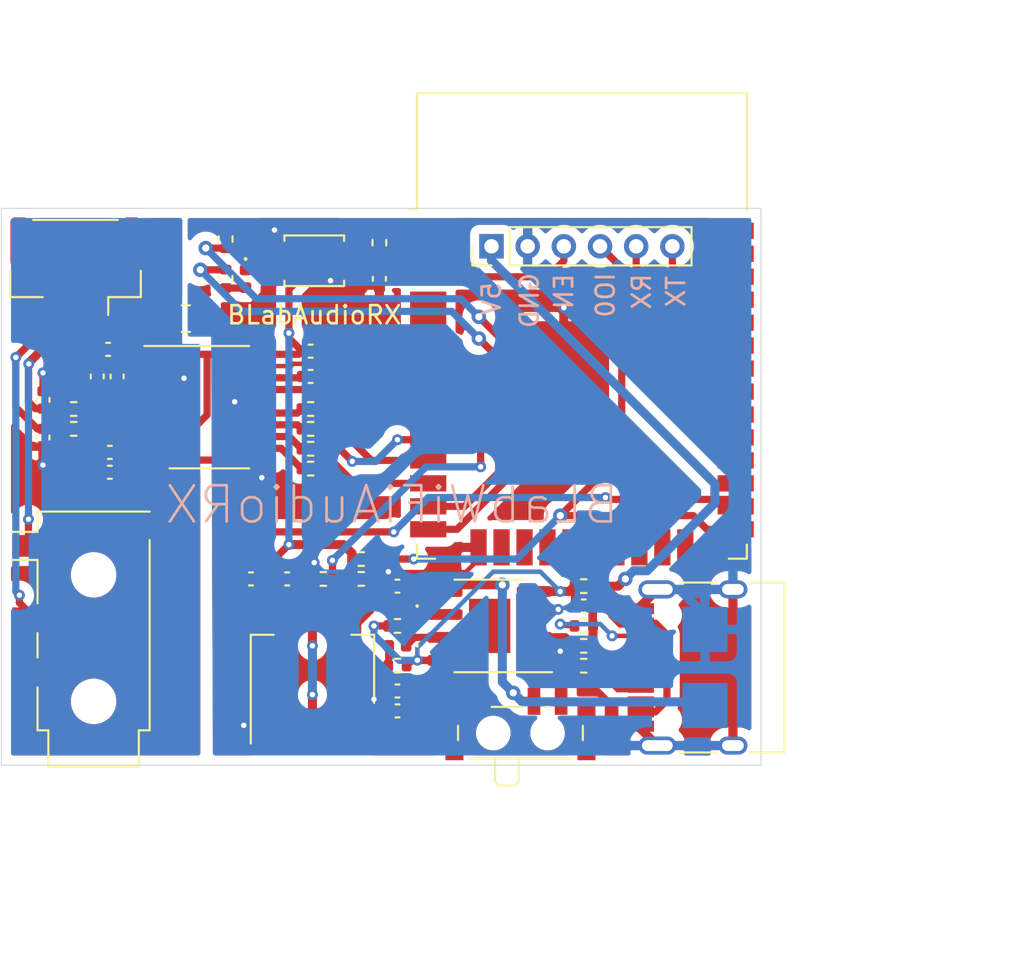
<source format=kicad_pcb>
(kicad_pcb (version 20171130) (host pcbnew "(5.1.8)-1")
  (layers (0 F.Cu signal) (31 B.Cu signal) (34 B.Paste user) (35 F.Paste user) (36 B.SilkS user) (37 F.SilkS user) (38 B.Mask user) (39 F.Mask user) (44 Edge.Cuts user))
  (net 0 "")
  (net 1 +3V3)
  (net 2 OR)
  (net 3 OL)
  (net 4 "Net-(J6-PadA5)")
  (net 5 "Net-(J6-PadB5)")
  (net 6 +5V)
  (net 7 BAT)
  (net 8 "Net-(D1-Pad2)")
  (net 9 "Net-(D1-Pad1)")
  (net 10 "Net-(D2-Pad2)")
  (net 11 "Net-(D2-Pad1)")
  (net 12 "Net-(C4-Pad1)")
  (net 13 "Net-(R7-Pad1)")
  (net 14 "Net-(C2-Pad1)")
  (net 15 IO0)
  (net 16 EN)
  (net 17 "Net-(C15-Pad2)")
  (net 18 "Net-(R9-Pad2)")
  (net 19 BCK)
  (net 20 "Net-(R11-Pad2)")
  (net 21 LRCK)
  (net 22 MUTE)
  (net 23 "Net-(D3-Pad2)")
  (net 24 "Net-(D4-Pad2)")
  (net 25 TXD)
  (net 26 RXD)
  (net 27 "Net-(R15-Pad2)")
  (net 28 "Net-(R16-Pad2)")
  (net 29 ADC)
  (net 30 DOUT)
  (net 31 "Net-(J7-Pad1)")
  (net 32 GND)
  (net 33 GNDA)
  (net 34 "Net-(C14-Pad1)")
  (net 35 "Net-(C16-Pad1)")
  (net 36 "Net-(R10-Pad1)")
  (net 37 "Net-(R12-Pad1)")
  (net 38 "Net-(R13-Pad1)")
  (net 39 "Net-(C14-Pad2)")
  (net 40 "Net-(R19-Pad2)")
  (module Connector_Audio:Jack_3.5mm_PJ320D_Horizontal (layer F.Cu) (at 95.1 121.7 90)
    (fp_text reference J1 hide)
    (fp_text value AudioJack4)
    (pad "" np_thru_hole circle (at 2.225 0 90) (size 1.5 1.5) (drill 1.5) (layers *.Cu *.Mask))
    (pad "" np_thru_hole circle (at -4.775 0 90) (size 1.5 1.5) (drill 1.5) (layers *.Cu *.Mask))
    (pad R2 smd rect (at -3.175 -3.25 90) (size 1.2 2.5) (layers F.Cu F.Paste F.Mask) (net 33 GNDA))
    (pad R1 smd rect (at -0.175 -3.25 90) (size 1.2 2.5) (layers F.Cu F.Paste F.Mask) (net 2 OR))
    (pad T smd rect (at 3.825 -3.25 90) (size 1.2 2.5) (layers F.Cu F.Paste F.Mask) (net 3 OL))
    (pad S smd rect (at 4.925 3.25 90) (size 1.2 2.5) (layers F.Cu F.Paste F.Mask))
  )
  (module Resistor_SMD:R_0402_1005Metric (layer F.Cu) (at 107.1 113.6 180)
    (fp_text reference R19 hide)
    (fp_text value 470)
    (pad 2 smd roundrect (at 0.51 0 180) (size 0.54 0.64) (layers F.Cu F.Paste F.Mask) (net 40 "Net-(R19-Pad2)"))
    (pad 1 smd roundrect (at -0.51 0 180) (size 0.54 0.64) (layers F.Cu F.Paste F.Mask) (net 32 GND))
  )
  (module Resistor_SMD:R_0805_2012Metric (layer F.Cu) (at 100.2 105.3 180)
    (fp_text reference R14 hide)
    (fp_text value 0)
    (pad 2 smd roundrect (at 0.9125 0 180) (size 1.025 1.4) (layers F.Cu F.Paste F.Mask) (roundrect_rratio 0.243902) (net 33 GNDA))
    (pad 1 smd roundrect (at -0.9125 0 180) (size 1.025 1.4) (layers F.Cu F.Paste F.Mask) (roundrect_rratio 0.243902) (net 32 GND))
  )
  (module Resistor_SMD:R_0402_1005Metric (layer F.Cu) (at 94 110.3 180)
    (fp_text reference R12 hide)
    (fp_text value 470)
    (pad 2 smd roundrect (at 0.51 0 180) (size 0.54 0.64) (layers F.Cu F.Paste F.Mask) (net 3 OL))
    (pad 1 smd roundrect (at -0.51 0 180) (size 0.54 0.64) (layers F.Cu F.Paste F.Mask) (net 37 "Net-(R12-Pad1)"))
  )
  (module Package_SO:TSSOP-20_4.4x6.5mm_P0.65mm (layer F.Cu) (at 101.5 110.2)
    (fp_text reference U2 hide)
    (fp_text value pcm5102a)
    (pad 20 smd roundrect (at 2.8625 -2.925) (size 1.475 0.4) (layers F.Cu F.Paste F.Mask) (net 1 +3V3))
    (pad 19 smd roundrect (at 2.8625 -2.275) (size 1.475 0.4) (layers F.Cu F.Paste F.Mask) (net 32 GND))
    (pad 18 smd roundrect (at 2.8625 -1.625) (size 1.475 0.4) (layers F.Cu F.Paste F.Mask) (net 17 "Net-(C15-Pad2)"))
    (pad 17 smd roundrect (at 2.8625 -0.975) (size 1.475 0.4) (layers F.Cu F.Paste F.Mask) (net 22 MUTE))
    (pad 16 smd roundrect (at 2.8625 -0.325) (size 1.475 0.4) (layers F.Cu F.Paste F.Mask) (net 32 GND))
    (pad 15 smd roundrect (at 2.8625 0.325) (size 1.475 0.4) (layers F.Cu F.Paste F.Mask) (net 20 "Net-(R11-Pad2)"))
    (pad 14 smd roundrect (at 2.8625 0.975) (size 1.475 0.4) (layers F.Cu F.Paste F.Mask) (net 36 "Net-(R10-Pad1)"))
    (pad 13 smd roundrect (at 2.8625 1.625) (size 1.475 0.4) (layers F.Cu F.Paste F.Mask) (net 18 "Net-(R9-Pad2)"))
    (pad 12 smd roundrect (at 2.8625 2.275) (size 1.475 0.4) (layers F.Cu F.Paste F.Mask) (net 40 "Net-(R19-Pad2)"))
    (pad 11 smd roundrect (at 2.8625 2.925) (size 1.475 0.4) (layers F.Cu F.Paste F.Mask) (net 32 GND))
    (pad 10 smd roundrect (at -2.8625 2.925) (size 1.475 0.4) (layers F.Cu F.Paste F.Mask) (net 32 GND))
    (pad 9 smd roundrect (at -2.8625 2.275) (size 1.475 0.4) (layers F.Cu F.Paste F.Mask) (net 33 GNDA))
    (pad 8 smd roundrect (at -2.8625 1.625) (size 1.475 0.4) (layers F.Cu F.Paste F.Mask) (net 1 +3V3))
    (pad 7 smd roundrect (at -2.8625 0.975) (size 1.475 0.4) (layers F.Cu F.Paste F.Mask) (net 38 "Net-(R13-Pad1)"))
    (pad 6 smd roundrect (at -2.8625 0.325) (size 1.475 0.4) (layers F.Cu F.Paste F.Mask) (net 37 "Net-(R12-Pad1)"))
    (pad 5 smd roundrect (at -2.8625 -0.325) (size 1.475 0.4) (layers F.Cu F.Paste F.Mask) (net 35 "Net-(C16-Pad1)"))
    (pad 4 smd roundrect (at -2.8625 -0.975) (size 1.475 0.4) (layers F.Cu F.Paste F.Mask) (net 39 "Net-(C14-Pad2)"))
    (pad 3 smd roundrect (at -2.8625 -1.625) (size 1.475 0.4) (layers F.Cu F.Paste F.Mask) (net 33 GNDA))
    (pad 2 smd roundrect (at -2.8625 -2.275) (size 1.475 0.4) (layers F.Cu F.Paste F.Mask) (net 34 "Net-(C14-Pad1)"))
    (pad 1 smd roundrect (at -2.8625 -2.925) (size 1.475 0.4) (layers F.Cu F.Paste F.Mask) (net 1 +3V3))
  )
  (module Resistor_SMD:R_0402_1005Metric (layer F.Cu) (at 102.4 100.9 270)
    (fp_text reference R16 hide)
    (fp_text value 1k)
    (pad 2 smd roundrect (at 0.51 0 270) (size 0.54 0.64) (layers F.Cu F.Paste F.Mask) (net 28 "Net-(R16-Pad2)"))
    (pad 1 smd roundrect (at -0.51 0 270) (size 0.54 0.64) (layers F.Cu F.Paste F.Mask) (net 24 "Net-(D4-Pad2)"))
  )
  (module Resistor_SMD:R_0402_1005Metric (layer F.Cu) (at 102.4 103.1 90)
    (fp_text reference R15 hide)
    (fp_text value 1k)
    (pad 2 smd roundrect (at 0.51 0 90) (size 0.54 0.64) (layers F.Cu F.Paste F.Mask) (net 27 "Net-(R15-Pad2)"))
    (pad 1 smd roundrect (at -0.51 0 90) (size 0.54 0.64) (layers F.Cu F.Paste F.Mask) (net 23 "Net-(D3-Pad2)"))
  )
  (module Resistor_SMD:R_0402_1005Metric (layer F.Cu) (at 109.9 118.6 180)
    (fp_text reference R4 hide)
    (fp_text value 10k)
    (pad 2 smd roundrect (at 0.51 0 180) (size 0.54 0.64) (layers F.Cu F.Paste F.Mask) (net 1 +3V3))
    (pad 1 smd roundrect (at -0.51 0 180) (size 0.54 0.64) (layers F.Cu F.Paste F.Mask) (net 15 IO0))
  )
  (module Resistor_SMD:R_0402_1005Metric (layer F.Cu) (at 110.9 101.1 270)
    (fp_text reference R3 hide)
    (fp_text value 10k)
    (pad 2 smd roundrect (at 0.51 0 270) (size 0.54 0.64) (layers F.Cu F.Paste F.Mask) (net 16 EN))
    (pad 1 smd roundrect (at -0.51 0 270) (size 0.54 0.64) (layers F.Cu F.Paste F.Mask) (net 1 +3V3))
  )
  (module Diode_SMD:D_0402_1005Metric (layer F.Cu) (at 103.5 100.9 90)
    (fp_text reference D4 hide)
    (fp_text value LED-green)
    (pad 2 smd roundrect (at 0.485 0 90) (size 0.59 0.64) (layers F.Cu F.Paste F.Mask) (net 24 "Net-(D4-Pad2)"))
    (pad 1 smd roundrect (at -0.485 0 90) (size 0.59 0.64) (layers F.Cu F.Paste F.Mask) (net 32 GND))
  )
  (module Diode_SMD:D_0402_1005Metric (layer F.Cu) (at 103.5 103.1 270)
    (fp_text reference D3 hide)
    (fp_text value LED-green)
    (pad 2 smd roundrect (at 0.485 0 270) (size 0.59 0.64) (layers F.Cu F.Paste F.Mask) (net 23 "Net-(D3-Pad2)"))
    (pad 1 smd roundrect (at -0.485 0 270) (size 0.59 0.64) (layers F.Cu F.Paste F.Mask) (net 32 GND))
  )
  (module Capacitor_SMD:C_0402_1005Metric (layer F.Cu) (at 110.9 103.1 270)
    (fp_text reference C1 hide)
    (fp_text value 1uf)
    (pad 2 smd roundrect (at 0.48 0 270) (size 0.56 0.62) (layers F.Cu F.Paste F.Mask) (net 32 GND))
    (pad 1 smd roundrect (at -0.48 0 270) (size 0.56 0.62) (layers F.Cu F.Paste F.Mask) (net 16 EN))
  )
  (module Resistor_SMD:R_0402_1005Metric (layer F.Cu) (at 111.9 122.3 180)
    (fp_text reference R8 hide)
    (fp_text value 1k)
    (pad 2 smd roundrect (at 0.51 0 180) (size 0.54 0.64) (layers F.Cu F.Paste F.Mask) (net 12 "Net-(C4-Pad1)"))
    (pad 1 smd roundrect (at -0.51 0 180) (size 0.54 0.64) (layers F.Cu F.Paste F.Mask) (net 10 "Net-(D2-Pad2)"))
  )
  (module Resistor_SMD:R_0402_1005Metric (layer F.Cu) (at 122.2 123.4)
    (fp_text reference R7 hide)
    (fp_text value 1.2k)
    (pad 2 smd roundrect (at 0.51 0) (size 0.54 0.64) (layers F.Cu F.Paste F.Mask) (net 32 GND))
    (pad 1 smd roundrect (at -0.51 0) (size 0.54 0.64) (layers F.Cu F.Paste F.Mask) (net 13 "Net-(R7-Pad1)"))
  )
  (module Resistor_SMD:R_0402_1005Metric (layer F.Cu) (at 111.9 124.5)
    (fp_text reference R6 hide)
    (fp_text value 1k)
    (pad 2 smd roundrect (at 0.51 0) (size 0.54 0.64) (layers F.Cu F.Paste F.Mask) (net 12 "Net-(C4-Pad1)"))
    (pad 1 smd roundrect (at -0.51 0) (size 0.54 0.64) (layers F.Cu F.Paste F.Mask) (net 8 "Net-(D1-Pad2)"))
  )
  (module Resistor_SMD:R_0402_1005Metric (layer F.Cu) (at 122.2 120.1)
    (fp_text reference R5 hide)
    (fp_text value 0.4)
    (pad 2 smd roundrect (at 0.51 0) (size 0.54 0.64) (layers F.Cu F.Paste F.Mask) (net 6 +5V))
    (pad 1 smd roundrect (at -0.51 0) (size 0.54 0.64) (layers F.Cu F.Paste F.Mask) (net 12 "Net-(C4-Pad1)"))
  )
  (module Diode_SMD:D_0402_1005Metric (layer F.Cu) (at 111.9 121.2 180)
    (fp_text reference D2 hide)
    (fp_text value LED-green)
    (pad 2 smd roundrect (at 0.485 0 180) (size 0.59 0.64) (layers F.Cu F.Paste F.Mask) (net 10 "Net-(D2-Pad2)"))
    (pad 1 smd roundrect (at -0.485 0 180) (size 0.59 0.64) (layers F.Cu F.Paste F.Mask) (net 11 "Net-(D2-Pad1)"))
  )
  (module Diode_SMD:D_0402_1005Metric (layer F.Cu) (at 111.9 123.4 180)
    (fp_text reference D1 hide)
    (fp_text value LED-red)
    (pad 2 smd roundrect (at 0.485 0 180) (size 0.59 0.64) (layers F.Cu F.Paste F.Mask) (net 8 "Net-(D1-Pad2)"))
    (pad 1 smd roundrect (at -0.485 0 180) (size 0.59 0.64) (layers F.Cu F.Paste F.Mask) (net 9 "Net-(D1-Pad1)"))
  )
  (module Capacitor_SMD:C_0402_1005Metric (layer F.Cu) (at 111.9 120.1 180)
    (fp_text reference C5 hide)
    (fp_text value 10uf)
    (pad 2 smd roundrect (at 0.48 0 180) (size 0.56 0.62) (layers F.Cu F.Paste F.Mask) (net 32 GND))
    (pad 1 smd roundrect (at -0.48 0 180) (size 0.56 0.62) (layers F.Cu F.Paste F.Mask) (net 7 BAT))
  )
  (module Capacitor_SMD:C_0402_1005Metric (layer F.Cu) (at 122.2 121.2)
    (fp_text reference C4 hide)
    (fp_text value 10uf)
    (pad 2 smd roundrect (at 0.48 0) (size 0.56 0.62) (layers F.Cu F.Paste F.Mask) (net 32 GND))
    (pad 1 smd roundrect (at -0.48 0) (size 0.56 0.62) (layers F.Cu F.Paste F.Mask) (net 12 "Net-(C4-Pad1)"))
  )
  (module Resistor_SMD:R_0402_1005Metric (layer F.Cu) (at 122.2 122.3 180)
    (fp_text reference R2 hide)
    (fp_text value 5.1k)
    (pad 2 smd roundrect (at 0.51 0 180) (size 0.54 0.64) (layers F.Cu F.Paste F.Mask) (net 5 "Net-(J6-PadB5)"))
    (pad 1 smd roundrect (at -0.51 0 180) (size 0.54 0.64) (layers F.Cu F.Paste F.Mask) (net 32 GND))
  )
  (module Resistor_SMD:R_0402_1005Metric (layer F.Cu) (at 122.2 124.5)
    (fp_text reference R1 hide)
    (fp_text value 5.1k)
    (pad 2 smd roundrect (at 0.51 0) (size 0.54 0.64) (layers F.Cu F.Paste F.Mask) (net 4 "Net-(J6-PadA5)"))
    (pad 1 smd roundrect (at -0.51 0) (size 0.54 0.64) (layers F.Cu F.Paste F.Mask) (net 32 GND))
  )
  (module Connector_JST:JST_GH_SM03B-GHS-TB_1x03-1MP_P1.25mm_Horizontal (layer F.Cu) (at 94.1 102.4 180)
    (fp_text reference J2 hide)
    (fp_text value Conn_01x03_Female)
    (pad MP smd roundrect (at 3.1 1.35 180) (size 1 2.7) (layers F.Cu F.Paste F.Mask))
    (pad MP smd roundrect (at -3.1 1.35 180) (size 1 2.7) (layers F.Cu F.Paste F.Mask))
    (pad 3 smd roundrect (at 1.25 -1.85 180) (size 0.6 1.7) (layers F.Cu F.Paste F.Mask) (net 2 OR))
    (pad 2 smd roundrect (at 0 -1.85 180) (size 0.6 1.7) (layers F.Cu F.Paste F.Mask) (net 3 OL))
    (pad 1 smd roundrect (at -1.25 -1.85 180) (size 0.6 1.7) (layers F.Cu F.Paste F.Mask) (net 33 GNDA))
  )
  (module Resistor_SMD:R_0402_1005Metric (layer F.Cu) (at 109.9 119.7)
    (fp_text reference R18 hide)
    (fp_text value 10k)
    (pad 2 smd roundrect (at 0.51 0) (size 0.54 0.64) (layers F.Cu F.Paste F.Mask) (net 14 "Net-(C2-Pad1)"))
    (pad 1 smd roundrect (at -0.51 0) (size 0.54 0.64) (layers F.Cu F.Paste F.Mask) (net 29 ADC))
  )
  (module Resistor_SMD:R_0402_1005Metric (layer F.Cu) (at 107.8 119.7)
    (fp_text reference R17 hide)
    (fp_text value 10k)
    (pad 2 smd roundrect (at 0.51 0) (size 0.54 0.64) (layers F.Cu F.Paste F.Mask) (net 29 ADC))
    (pad 1 smd roundrect (at -0.51 0) (size 0.54 0.64) (layers F.Cu F.Paste F.Mask) (net 32 GND))
  )
  (module Capacitor_SMD:C_0402_1005Metric (layer F.Cu) (at 103.8 119.7 180)
    (fp_text reference C7 hide)
    (fp_text value 0.1uf)
    (pad 2 smd roundrect (at 0.48 0 180) (size 0.56 0.62) (layers F.Cu F.Paste F.Mask) (net 32 GND))
    (pad 1 smd roundrect (at -0.48 0 180) (size 0.56 0.62) (layers F.Cu F.Paste F.Mask) (net 1 +3V3))
  )
  (module Capacitor_SMD:C_0402_1005Metric (layer F.Cu) (at 111.9 127 180)
    (fp_text reference C6 hide)
    (fp_text value 10uf)
    (pad 2 smd roundrect (at 0.48 0 180) (size 0.56 0.62) (layers F.Cu F.Paste F.Mask) (net 32 GND))
    (pad 1 smd roundrect (at -0.48 0 180) (size 0.56 0.62) (layers F.Cu F.Paste F.Mask) (net 14 "Net-(C2-Pad1)"))
  )
  (module Capacitor_SMD:C_0402_1005Metric (layer F.Cu) (at 105.8 119.7)
    (fp_text reference C3 hide)
    (fp_text value 10uf)
    (pad 2 smd roundrect (at 0.48 0) (size 0.56 0.62) (layers F.Cu F.Paste F.Mask) (net 32 GND))
    (pad 1 smd roundrect (at -0.48 0) (size 0.56 0.62) (layers F.Cu F.Paste F.Mask) (net 1 +3V3))
  )
  (module Capacitor_SMD:C_0402_1005Metric (layer F.Cu) (at 111.9 125.9 180)
    (fp_text reference C2 hide)
    (fp_text value 0.1uf)
    (pad 2 smd roundrect (at 0.48 0 180) (size 0.56 0.62) (layers F.Cu F.Paste F.Mask) (net 32 GND))
    (pad 1 smd roundrect (at -0.48 0 180) (size 0.56 0.62) (layers F.Cu F.Paste F.Mask) (net 14 "Net-(C2-Pad1)"))
  )
  (module Resistor_SMD:R_0402_1005Metric (layer F.Cu) (at 94 111.4 180)
    (fp_text reference R13 hide)
    (fp_text value 470)
    (pad 2 smd roundrect (at 0.51 0 180) (size 0.54 0.64) (layers F.Cu F.Paste F.Mask) (net 2 OR))
    (pad 1 smd roundrect (at -0.51 0 180) (size 0.54 0.64) (layers F.Cu F.Paste F.Mask) (net 38 "Net-(R13-Pad1)"))
  )
  (module Resistor_SMD:R_0402_1005Metric (layer F.Cu) (at 107.1 110.3 180)
    (fp_text reference R11 hide)
    (fp_text value 470)
    (pad 2 smd roundrect (at 0.51 0 180) (size 0.54 0.64) (layers F.Cu F.Paste F.Mask) (net 20 "Net-(R11-Pad2)"))
    (pad 1 smd roundrect (at -0.51 0 180) (size 0.54 0.64) (layers F.Cu F.Paste F.Mask) (net 21 LRCK))
  )
  (module Resistor_SMD:R_0402_1005Metric (layer F.Cu) (at 107.1 111.4)
    (fp_text reference R10 hide)
    (fp_text value 470)
    (pad 2 smd roundrect (at 0.51 0) (size 0.54 0.64) (layers F.Cu F.Paste F.Mask) (net 30 DOUT))
    (pad 1 smd roundrect (at -0.51 0) (size 0.54 0.64) (layers F.Cu F.Paste F.Mask) (net 36 "Net-(R10-Pad1)"))
  )
  (module Resistor_SMD:R_0402_1005Metric (layer F.Cu) (at 107.1 112.5 180)
    (fp_text reference R9 hide)
    (fp_text value 470)
    (pad 2 smd roundrect (at 0.51 0 180) (size 0.54 0.64) (layers F.Cu F.Paste F.Mask) (net 18 "Net-(R9-Pad2)"))
    (pad 1 smd roundrect (at -0.51 0 180) (size 0.54 0.64) (layers F.Cu F.Paste F.Mask) (net 19 BCK))
  )
  (module Capacitor_SMD:C_0402_1005Metric (layer F.Cu) (at 95.3 108.5 90)
    (fp_text reference C16 hide)
    (fp_text value 2.2uf)
    (pad 2 smd roundrect (at 0.48 0 90) (size 0.56 0.62) (layers F.Cu F.Paste F.Mask) (net 33 GNDA))
    (pad 1 smd roundrect (at -0.48 0 90) (size 0.56 0.62) (layers F.Cu F.Paste F.Mask) (net 35 "Net-(C16-Pad1)"))
  )
  (module Capacitor_SMD:C_0402_1005Metric (layer F.Cu) (at 107.1 108.5 180)
    (fp_text reference C15 hide)
    (fp_text value 0.1uf)
    (pad 2 smd roundrect (at 0.48 0 180) (size 0.56 0.62) (layers F.Cu F.Paste F.Mask) (net 17 "Net-(C15-Pad2)"))
    (pad 1 smd roundrect (at -0.48 0 180) (size 0.56 0.62) (layers F.Cu F.Paste F.Mask) (net 32 GND))
  )
  (module Capacitor_SMD:C_0402_1005Metric (layer F.Cu) (at 96.4 108.5 270)
    (fp_text reference C14 hide)
    (fp_text value 2.2uf)
    (pad 2 smd roundrect (at 0.48 0 270) (size 0.56 0.62) (layers F.Cu F.Paste F.Mask) (net 39 "Net-(C14-Pad2)"))
    (pad 1 smd roundrect (at -0.48 0 270) (size 0.56 0.62) (layers F.Cu F.Paste F.Mask) (net 34 "Net-(C14-Pad1)"))
  )
  (module Capacitor_SMD:C_0402_1005Metric (layer F.Cu) (at 92.3 111.88 90)
    (fp_text reference C13 hide)
    (fp_text value 2.2nf)
    (pad 2 smd roundrect (at 0.48 0 90) (size 0.56 0.62) (layers F.Cu F.Paste F.Mask) (net 2 OR))
    (pad 1 smd roundrect (at -0.48 0 90) (size 0.56 0.62) (layers F.Cu F.Paste F.Mask) (net 33 GNDA))
  )
  (module Capacitor_SMD:C_0402_1005Metric (layer F.Cu) (at 92.3 109.8 270)
    (fp_text reference C12 hide)
    (fp_text value 2.2nf)
    (pad 2 smd roundrect (at 0.48 0 270) (size 0.56 0.62) (layers F.Cu F.Paste F.Mask) (net 3 OL))
    (pad 1 smd roundrect (at -0.48 0 270) (size 0.56 0.62) (layers F.Cu F.Paste F.Mask) (net 33 GNDA))
  )
  (module Capacitor_SMD:C_0402_1005Metric (layer F.Cu) (at 96 113.8 180)
    (fp_text reference C11 hide)
    (fp_text value 10uf)
    (pad 2 smd roundrect (at 0.48 0 180) (size 0.56 0.62) (layers F.Cu F.Paste F.Mask) (net 1 +3V3))
    (pad 1 smd roundrect (at -0.48 0 180) (size 0.56 0.62) (layers F.Cu F.Paste F.Mask) (net 33 GNDA))
  )
  (module Capacitor_SMD:C_0402_1005Metric (layer F.Cu) (at 107.1 107.1)
    (fp_text reference C10 hide)
    (fp_text value 0.1uf)
    (pad 2 smd roundrect (at 0.48 0) (size 0.56 0.62) (layers F.Cu F.Paste F.Mask) (net 32 GND))
    (pad 1 smd roundrect (at -0.48 0) (size 0.56 0.62) (layers F.Cu F.Paste F.Mask) (net 1 +3V3))
  )
  (module Capacitor_SMD:C_0402_1005Metric (layer F.Cu) (at 95.9 107 180)
    (fp_text reference C9 hide)
    (fp_text value 0.1uf)
    (pad 2 smd roundrect (at 0.48 0 180) (size 0.56 0.62) (layers F.Cu F.Paste F.Mask) (net 33 GNDA))
    (pad 1 smd roundrect (at -0.48 0 180) (size 0.56 0.62) (layers F.Cu F.Paste F.Mask) (net 1 +3V3))
  )
  (module Capacitor_SMD:C_0402_1005Metric (layer F.Cu) (at 96 112.7 180)
    (fp_text reference C8 hide)
    (fp_text value 0.1uf)
    (pad 2 smd roundrect (at 0.48 0 180) (size 0.56 0.62) (layers F.Cu F.Paste F.Mask) (net 1 +3V3))
    (pad 1 smd roundrect (at -0.48 0 180) (size 0.56 0.62) (layers F.Cu F.Paste F.Mask) (net 33 GNDA))
  )
  (module Connector_PinHeader_2.00mm:PinHeader_1x06_P2.00mm_Vertical (layer F.Cu) (at 117.1 101.3 90)
    (fp_text reference J8 hide)
    (fp_text value Conn_01x06_Female)
    (pad 6 thru_hole oval (at 0 10 90) (size 1.35 1.35) (drill 0.8) (layers *.Cu *.Mask) (net 25 TXD))
    (pad 5 thru_hole oval (at 0 8 90) (size 1.35 1.35) (drill 0.8) (layers *.Cu *.Mask) (net 26 RXD))
    (pad 4 thru_hole oval (at 0 6 90) (size 1.35 1.35) (drill 0.8) (layers *.Cu *.Mask) (net 15 IO0))
    (pad 3 thru_hole oval (at 0 4 90) (size 1.35 1.35) (drill 0.8) (layers *.Cu *.Mask) (net 16 EN))
    (pad 2 thru_hole oval (at 0 2 90) (size 1.35 1.35) (drill 0.8) (layers *.Cu *.Mask) (net 32 GND))
    (pad 1 thru_hole rect (at 0 0 90) (size 1.35 1.35) (drill 0.8) (layers *.Cu *.Mask) (net 6 +5V))
  )
  (module my:bt-342 (layer F.Cu) (at 107.3 102.1)
    (fp_text reference SW2 hide)
    (fp_text value SW_Push)
    (pad 2 smd rect (at 2.2 0) (size 0.9 1.7) (layers F.Cu F.Paste F.Mask) (net 16 EN))
    (pad 1 smd rect (at -2.2 0) (size 0.9 1.7) (layers F.Cu F.Paste F.Mask) (net 32 GND))
  )
  (module my:largepoint (layer F.Cu) (at 103.1 116.3)
    (fp_text reference J7 hide)
    (fp_text value Conn_01x01_Female)
    (pad 1 smd rect (at 0 0) (size 2.5 2.5) (layers F.Cu F.Paste F.Mask) (net 31 "Net-(J7-Pad1)"))
  )
  (module Connector_USB:USB_C_Receptacle_HRO_TYPE-C-31-M-12 (layer F.Cu) (at 129.4 124.6 90)
    (fp_text reference J6 hide)
    (fp_text value USB_C_Receptacle_USB2.0)
    (pad B1 smd rect (at 3.25 -4.045 90) (size 0.6 1.45) (layers F.Cu F.Paste F.Mask) (net 32 GND))
    (pad A9 smd rect (at 2.45 -4.045 90) (size 0.6 1.45) (layers F.Cu F.Paste F.Mask) (net 6 +5V))
    (pad B9 smd rect (at -2.45 -4.045 90) (size 0.6 1.45) (layers F.Cu F.Paste F.Mask) (net 6 +5V))
    (pad B12 smd rect (at -3.25 -4.045 90) (size 0.6 1.45) (layers F.Cu F.Paste F.Mask) (net 32 GND))
    (pad A1 smd rect (at -3.25 -4.045 90) (size 0.6 1.45) (layers F.Cu F.Paste F.Mask) (net 32 GND))
    (pad A4 smd rect (at -2.45 -4.045 90) (size 0.6 1.45) (layers F.Cu F.Paste F.Mask) (net 6 +5V))
    (pad B4 smd rect (at 2.45 -4.045 90) (size 0.6 1.45) (layers F.Cu F.Paste F.Mask) (net 6 +5V))
    (pad A12 smd rect (at 3.25 -4.045 90) (size 0.6 1.45) (layers F.Cu F.Paste F.Mask) (net 32 GND))
    (pad B8 smd rect (at -1.75 -4.045 90) (size 0.3 1.45) (layers F.Cu F.Paste F.Mask))
    (pad A5 smd rect (at -1.25 -4.045 90) (size 0.3 1.45) (layers F.Cu F.Paste F.Mask) (net 4 "Net-(J6-PadA5)"))
    (pad B7 smd rect (at -0.75 -4.045 90) (size 0.3 1.45) (layers F.Cu F.Paste F.Mask))
    (pad A7 smd rect (at 0.25 -4.045 90) (size 0.3 1.45) (layers F.Cu F.Paste F.Mask))
    (pad B6 smd rect (at 0.75 -4.045 90) (size 0.3 1.45) (layers F.Cu F.Paste F.Mask))
    (pad A8 smd rect (at 1.25 -4.045 90) (size 0.3 1.45) (layers F.Cu F.Paste F.Mask))
    (pad B5 smd rect (at 1.75 -4.045 90) (size 0.3 1.45) (layers F.Cu F.Paste F.Mask) (net 5 "Net-(J6-PadB5)"))
    (pad A6 smd rect (at -0.25 -4.045 90) (size 0.3 1.45) (layers F.Cu F.Paste F.Mask))
    (pad S1 thru_hole oval (at 4.32 -3.13 90) (size 1 2.1) (drill oval 0.6 1.7) (layers *.Cu *.Mask) (net 32 GND))
    (pad S1 thru_hole oval (at -4.32 -3.13 90) (size 1 2.1) (drill oval 0.6 1.7) (layers *.Cu *.Mask) (net 32 GND))
    (pad "" np_thru_hole circle (at -2.89 -2.6 90) (size 0.65 0.65) (drill 0.65) (layers *.Cu *.Mask))
    (pad S1 thru_hole oval (at -4.32 1.05 90) (size 1 1.6) (drill oval 0.6 1.2) (layers *.Cu *.Mask) (net 32 GND))
    (pad "" np_thru_hole circle (at 2.89 -2.6 90) (size 0.65 0.65) (drill 0.65) (layers *.Cu *.Mask))
    (pad S1 thru_hole oval (at 4.32 1.05 90) (size 1 1.6) (drill oval 0.6 1.2) (layers *.Cu *.Mask) (net 32 GND))
  )
  (module Button_Switch_SMD:SW_SPDT_PCM12 (layer F.Cu) (at 118.7 127.9)
    (fp_text reference SW1 hide)
    (fp_text value SW_DPDT_x2)
    (pad "" smd rect (at -3.65 -0.78) (size 1 0.8) (layers F.Cu F.Paste F.Mask))
    (pad "" smd rect (at 3.65 -0.78) (size 1 0.8) (layers F.Cu F.Paste F.Mask))
    (pad "" smd rect (at 3.65 1.43) (size 1 0.8) (layers F.Cu F.Paste F.Mask))
    (pad "" smd rect (at -3.65 1.43) (size 1 0.8) (layers F.Cu F.Paste F.Mask))
    (pad 3 smd rect (at 2.25 -1.43) (size 0.7 1.5) (layers F.Cu F.Paste F.Mask))
    (pad 2 smd rect (at 0.75 -1.43) (size 0.7 1.5) (layers F.Cu F.Paste F.Mask) (net 7 BAT))
    (pad 1 smd rect (at -2.25 -1.43) (size 0.7 1.5) (layers F.Cu F.Paste F.Mask) (net 14 "Net-(C2-Pad1)"))
    (pad "" np_thru_hole circle (at 1.5 0.33) (size 0.9 0.9) (drill 0.9) (layers *.Cu *.Mask))
    (pad "" np_thru_hole circle (at -1.5 0.33) (size 0.9 0.9) (drill 0.9) (layers *.Cu *.Mask))
  )
  (module RF_Module:ESP32-WROOM-32 (layer F.Cu) (at 122.1 108.7)
    (fp_text reference U1 hide)
    (fp_text value ESP-32S)
    (pad 38 smd rect (at 8.5 -8.255) (size 2 0.9) (layers F.Cu F.Paste F.Mask) (net 32 GND))
    (pad 37 smd rect (at 8.5 -6.985) (size 2 0.9) (layers F.Cu F.Paste F.Mask))
    (pad 36 smd rect (at 8.5 -5.715) (size 2 0.9) (layers F.Cu F.Paste F.Mask))
    (pad 35 smd rect (at 8.5 -4.445) (size 2 0.9) (layers F.Cu F.Paste F.Mask) (net 25 TXD))
    (pad 34 smd rect (at 8.5 -3.175) (size 2 0.9) (layers F.Cu F.Paste F.Mask) (net 26 RXD))
    (pad 33 smd rect (at 8.5 -1.905) (size 2 0.9) (layers F.Cu F.Paste F.Mask))
    (pad 32 smd rect (at 8.5 -0.635) (size 2 0.9) (layers F.Cu F.Paste F.Mask))
    (pad 31 smd rect (at 8.5 0.635) (size 2 0.9) (layers F.Cu F.Paste F.Mask))
    (pad 30 smd rect (at 8.5 1.905) (size 2 0.9) (layers F.Cu F.Paste F.Mask))
    (pad 29 smd rect (at 8.5 3.175) (size 2 0.9) (layers F.Cu F.Paste F.Mask))
    (pad 28 smd rect (at 8.5 4.445) (size 2 0.9) (layers F.Cu F.Paste F.Mask))
    (pad 27 smd rect (at 8.5 5.715) (size 2 0.9) (layers F.Cu F.Paste F.Mask))
    (pad 26 smd rect (at 8.5 6.985) (size 2 0.9) (layers F.Cu F.Paste F.Mask) (net 31 "Net-(J7-Pad1)"))
    (pad 25 smd rect (at 8.5 8.255) (size 2 0.9) (layers F.Cu F.Paste F.Mask) (net 15 IO0))
    (pad 24 smd rect (at 5.715 9.255 90) (size 2 0.9) (layers F.Cu F.Paste F.Mask))
    (pad 23 smd rect (at 4.445 9.255 90) (size 2 0.9) (layers F.Cu F.Paste F.Mask))
    (pad 22 smd rect (at 3.175 9.255 90) (size 2 0.9) (layers F.Cu F.Paste F.Mask))
    (pad 21 smd rect (at 1.905 9.255 90) (size 2 0.9) (layers F.Cu F.Paste F.Mask))
    (pad 20 smd rect (at 0.635 9.255 90) (size 2 0.9) (layers F.Cu F.Paste F.Mask))
    (pad 19 smd rect (at -0.635 9.255 90) (size 2 0.9) (layers F.Cu F.Paste F.Mask))
    (pad 18 smd rect (at -1.905 9.255 90) (size 2 0.9) (layers F.Cu F.Paste F.Mask))
    (pad 17 smd rect (at -3.175 9.255 90) (size 2 0.9) (layers F.Cu F.Paste F.Mask))
    (pad 16 smd rect (at -4.445 9.255 90) (size 2 0.9) (layers F.Cu F.Paste F.Mask))
    (pad 15 smd rect (at -5.715 9.255 90) (size 2 0.9) (layers F.Cu F.Paste F.Mask) (net 32 GND))
    (pad 14 smd rect (at -8.5 8.255) (size 2 0.9) (layers F.Cu F.Paste F.Mask) (net 28 "Net-(R16-Pad2)"))
    (pad 13 smd rect (at -8.5 6.985) (size 2 0.9) (layers F.Cu F.Paste F.Mask) (net 27 "Net-(R15-Pad2)"))
    (pad 12 smd rect (at -8.5 5.715) (size 2 0.9) (layers F.Cu F.Paste F.Mask) (net 19 BCK))
    (pad 11 smd rect (at -8.5 4.445) (size 2 0.9) (layers F.Cu F.Paste F.Mask) (net 21 LRCK))
    (pad 10 smd rect (at -8.5 3.175) (size 2 0.9) (layers F.Cu F.Paste F.Mask) (net 30 DOUT))
    (pad 9 smd rect (at -8.5 1.905) (size 2 0.9) (layers F.Cu F.Paste F.Mask))
    (pad 8 smd rect (at -8.5 0.635) (size 2 0.9) (layers F.Cu F.Paste F.Mask) (net 22 MUTE))
    (pad 7 smd rect (at -8.5 -0.635) (size 2 0.9) (layers F.Cu F.Paste F.Mask))
    (pad 6 smd rect (at -8.5 -1.905) (size 2 0.9) (layers F.Cu F.Paste F.Mask) (net 29 ADC))
    (pad 5 smd rect (at -8.5 -3.175) (size 2 0.9) (layers F.Cu F.Paste F.Mask))
    (pad 4 smd rect (at -8.5 -4.445) (size 2 0.9) (layers F.Cu F.Paste F.Mask))
    (pad 3 smd rect (at -8.5 -5.715) (size 2 0.9) (layers F.Cu F.Paste F.Mask) (net 16 EN))
    (pad 2 smd rect (at -8.5 -6.985) (size 2 0.9) (layers F.Cu F.Paste F.Mask) (net 1 +3V3))
    (pad 1 smd rect (at -8.5 -8.255) (size 2 0.9) (layers F.Cu F.Paste F.Mask) (net 32 GND))
    (pad 39 smd rect (at -1 -0.755) (size 5 5) (layers F.Cu F.Paste F.Mask) (net 32 GND))
  )
  (module Package_TO_SOT_SMD:SOT-223-3_TabPin2 (layer F.Cu) (at 107.2 124.7 90)
    (fp_text reference U4 hide)
    (fp_text value AMS1117-3.3)
    (pad 1 smd rect (at -3.15 -2.3 90) (size 2 1.5) (layers F.Cu F.Paste F.Mask) (net 32 GND))
    (pad 3 smd rect (at -3.15 2.3 90) (size 2 1.5) (layers F.Cu F.Paste F.Mask) (net 14 "Net-(C2-Pad1)"))
    (pad 2 smd rect (at -3.15 0 90) (size 2 1.5) (layers F.Cu F.Paste F.Mask) (net 1 +3V3))
    (pad 2 smd rect (at 3.15 0 90) (size 2 3.8) (layers F.Cu F.Paste F.Mask) (net 1 +3V3))
  )
  (module Package_SO:SOIC-8-1EP_3.9x4.9mm_P1.27mm_EP2.29x3mm (layer F.Cu) (at 117 122.3 180)
    (fp_text reference U3 hide)
    (fp_text value tp4056)
    (pad 9 smd rect (at 0 0 180) (size 2.29 3) (layers F.Cu F.Mask))
    (pad 8 smd roundrect (at 2.475 -1.905 180) (size 1.95 0.6) (layers F.Cu F.Paste F.Mask) (net 12 "Net-(C4-Pad1)"))
    (pad 7 smd roundrect (at 2.475 -0.635 180) (size 1.95 0.6) (layers F.Cu F.Paste F.Mask) (net 9 "Net-(D1-Pad1)"))
    (pad 6 smd roundrect (at 2.475 0.635 180) (size 1.95 0.6) (layers F.Cu F.Paste F.Mask) (net 11 "Net-(D2-Pad1)"))
    (pad 5 smd roundrect (at 2.475 1.905 180) (size 1.95 0.6) (layers F.Cu F.Paste F.Mask) (net 7 BAT))
    (pad 4 smd roundrect (at -2.475 1.905 180) (size 1.95 0.6) (layers F.Cu F.Paste F.Mask) (net 12 "Net-(C4-Pad1)"))
    (pad 3 smd roundrect (at -2.475 0.635 180) (size 1.95 0.6) (layers F.Cu F.Paste F.Mask) (net 32 GND))
    (pad 2 smd roundrect (at -2.475 -0.635 180) (size 1.95 0.6) (layers F.Cu F.Paste F.Mask) (net 13 "Net-(R7-Pad1)"))
    (pad 1 smd roundrect (at -2.475 -1.905 180) (size 1.95 0.6) (layers F.Cu F.Paste F.Mask) (net 32 GND))
  )
  (module my:largepoint (layer B.Cu) (at 128.9 122.5 270)
    (fp_text reference J5 hide)
    (fp_text value Conn_01x01_Female)
    (pad 1 smd rect (at 0 0 270) (size 2.5 2.5) (layers B.Cu B.Paste B.Mask) (net 32 GND))
  )
  (module my:largepoint (layer B.Cu) (at 128.9 126.7 270)
    (fp_text reference J4 hide)
    (fp_text value Conn_01x01_Female)
    (pad 1 smd rect (at 0 0 270) (size 2.5 2.5) (layers B.Cu B.Paste B.Mask) (net 7 BAT))
  )
  (gr_line (start 90 99.2) (end 132 99.2) (layer Edge.Cuts) (width 0.05))
  (gr_line (start 90 130) (end 90 99.2) (layer Edge.Cuts) (width 0.05))
  (gr_line (start 132 130) (end 90 130) (layer Edge.Cuts) (width 0.05))
  (gr_text BLabWiFiAudioRX (at 111.6 115.6) (layer B.SilkS) (effects (font (size 2 2)) (justify mirror)))
  (gr_text TX (at 127.3 103.8 90) (layer B.SilkS) (effects (font (size 1 1)) (justify mirror)))
  (gr_text RX (at 125.4 103.8 90) (layer B.SilkS) (effects (font (size 1 1)) (justify mirror)))
  (gr_text IO0 (at 123.4 104 90) (layer B.SilkS) (effects (font (size 1 1)) (justify mirror)))
  (gr_text EN (at 121.1 103.8 90) (layer B.SilkS) (effects (font (size 1 1)) (justify mirror)))
  (gr_text GND (at 119.2 104.3 90) (layer B.SilkS) (effects (font (size 1 1)) (justify mirror)))
  (gr_text 5V (at 117.1 104.2 90) (layer B.SilkS) (effects (font (size 1 1)) (justify mirror)))
  (gr_text BLabAudioRX (at 107.3 105.1) (layer F.SilkS) (effects (font (size 1 1))))
  (gr_line (start 132 99.2) (end 132 130) (layer Edge.Cuts) (width 0.05))
  (segment (start 104.3 119.7) (end 105.24 119.7) (width 0.4) (layer F.Cu) (net 1))
  (via (at 107.2 126.1) (size 0.6) (drill 0.3) (layers F.Cu B.Cu) (net 1))
  (segment (start 107.2 127.85) (end 107.2 126.1) (width 0.5) (layer F.Cu) (net 1))
  (via (at 107.2 123.4) (size 0.6) (drill 0.3) (layers F.Cu B.Cu) (net 1))
  (segment (start 107.2 126.1) (end 107.2 123.4) (width 0.5) (layer B.Cu) (net 1))
  (segment (start 107.2 123.4) (end 107.2 121.55) (width 0.5) (layer F.Cu) (net 1))
  (segment (start 112.699998 101.715) (end 113.6 101.715) (width 0.4) (layer F.Cu) (net 1))
  (segment (start 111.574998 100.59) (end 112.699998 101.715) (width 0.4) (layer F.Cu) (net 1))
  (segment (start 110.9 100.59) (end 111.574998 100.59) (width 0.4) (layer F.Cu) (net 1))
  (segment (start 105.32 120.01) (end 105.32 119.7) (width 0.5) (layer F.Cu) (net 1))
  (segment (start 106.86 121.55) (end 105.32 120.01) (width 0.5) (layer F.Cu) (net 1))
  (segment (start 107.2 121.55) (end 106.86 121.55) (width 0.5) (layer F.Cu) (net 1))
  (segment (start 106.445 107.275) (end 106.62 107.1) (width 0.4) (layer F.Cu) (net 1))
  (segment (start 104.3625 107.275) (end 106.445 107.275) (width 0.4) (layer F.Cu) (net 1))
  (segment (start 96.655 107.275) (end 96.38 107) (width 0.4) (layer F.Cu) (net 1))
  (segment (start 98.6375 107.275) (end 96.655 107.275) (width 0.4) (layer F.Cu) (net 1))
  (segment (start 95.52 112.39) (end 95.52 112.7) (width 0.4) (layer F.Cu) (net 1))
  (segment (start 96.085 111.825) (end 95.52 112.39) (width 0.4) (layer F.Cu) (net 1))
  (segment (start 98.6375 111.825) (end 96.085 111.825) (width 0.4) (layer F.Cu) (net 1))
  (segment (start 95.52 112.7) (end 95.52 113.8) (width 0.4) (layer F.Cu) (net 1))
  (segment (start 101.375 107.275) (end 104.3625 107.275) (width 0.4) (layer F.Cu) (net 1))
  (segment (start 98.6375 107.275) (end 101.375 107.275) (width 0.4) (layer F.Cu) (net 1))
  (segment (start 101.375 110.625) (end 101.375 107.275) (width 0.4) (layer F.Cu) (net 1))
  (segment (start 100.175 111.825) (end 101.375 110.625) (width 0.4) (layer F.Cu) (net 1))
  (segment (start 98.6375 111.825) (end 100.175 111.825) (width 0.4) (layer F.Cu) (net 1))
  (via (at 105.899992 106.1) (size 0.6) (drill 0.3) (layers F.Cu B.Cu) (net 1))
  (segment (start 110.9 100.59) (end 108.989998 100.59) (width 0.4) (layer F.Cu) (net 1))
  (segment (start 108.989998 100.59) (end 105.899992 103.680006) (width 0.4) (layer F.Cu) (net 1))
  (segment (start 105.899992 103.680006) (end 105.899992 106.1) (width 0.4) (layer F.Cu) (net 1))
  (segment (start 105.899992 106.379992) (end 106.62 107.1) (width 0.4) (layer F.Cu) (net 1))
  (segment (start 105.899992 106.1) (end 105.899992 106.379992) (width 0.4) (layer F.Cu) (net 1))
  (segment (start 108.91001 117.80001) (end 105.89999 117.80001) (width 0.5) (layer F.Cu) (net 1))
  (segment (start 109.39 118.28) (end 108.91001 117.80001) (width 0.5) (layer F.Cu) (net 1))
  (segment (start 105.899992 106.1) (end 105.899992 117.800008) (width 0.4) (layer B.Cu) (net 1))
  (segment (start 105.32 118.38) (end 105.89999 117.80001) (width 0.4) (layer F.Cu) (net 1))
  (segment (start 109.39 118.6) (end 109.39 118.28) (width 0.5) (layer F.Cu) (net 1))
  (segment (start 105.32 119.7) (end 105.32 118.38) (width 0.4) (layer F.Cu) (net 1))
  (via (at 105.89999 117.80001) (size 0.6) (drill 0.3) (layers F.Cu B.Cu) (net 1))
  (segment (start 105.899992 117.800008) (end 105.89999 117.80001) (width 0.4) (layer B.Cu) (net 1))
  (segment (start 93.49 111.4) (end 92.3 111.4) (width 0.4) (layer F.Cu) (net 2))
  (via (at 91 120.6) (size 0.6) (drill 0.3) (layers F.Cu B.Cu) (net 2))
  (segment (start 91 121.025) (end 91.85 121.875) (width 0.4) (layer F.Cu) (net 2))
  (segment (start 91 120.6) (end 91 121.025) (width 0.4) (layer F.Cu) (net 2))
  (segment (start 90.8 107.447094) (end 92.85 105.397094) (width 0.4) (layer F.Cu) (net 2))
  (segment (start 90.8 110.21) (end 90.8 107.447094) (width 0.4) (layer F.Cu) (net 2))
  (segment (start 91.99 111.4) (end 90.8 110.21) (width 0.4) (layer F.Cu) (net 2))
  (segment (start 92.3 111.4) (end 91.99 111.4) (width 0.4) (layer F.Cu) (net 2))
  (segment (start 92.85 104.25) (end 92.85 105.397094) (width 0.4) (layer F.Cu) (net 2))
  (segment (start 92.85 105.397094) (end 90.800007 107.447087) (width 0.4) (layer F.Cu) (net 2))
  (via (at 90.800007 107.447087) (size 0.6) (drill 0.3) (layers F.Cu B.Cu) (net 2))
  (segment (start 90.8 107.447094) (end 90.800007 107.447087) (width 0.4) (layer B.Cu) (net 2))
  (segment (start 90.8 120.4) (end 90.8 107.447094) (width 0.4) (layer B.Cu) (net 2))
  (segment (start 91 120.6) (end 90.8 120.4) (width 0.4) (layer B.Cu) (net 2))
  (segment (start 92.32 110.3) (end 92.3 110.28) (width 0.4) (layer F.Cu) (net 3))
  (segment (start 93.49 110.3) (end 92.32 110.3) (width 0.4) (layer F.Cu) (net 3))
  (via (at 91.5 116.4) (size 0.6) (drill 0.3) (layers F.Cu B.Cu) (net 3))
  (segment (start 91.5 117.525) (end 91.85 117.875) (width 0.4) (layer F.Cu) (net 3))
  (segment (start 91.5 116.4) (end 91.5 117.525) (width 0.4) (layer F.Cu) (net 3))
  (segment (start 91.88 110.28) (end 92.3 110.28) (width 0.4) (layer F.Cu) (net 3))
  (segment (start 91.5 109.9) (end 91.88 110.28) (width 0.4) (layer F.Cu) (net 3))
  (segment (start 91.5 107.7) (end 91.5 109.9) (width 0.4) (layer F.Cu) (net 3))
  (segment (start 94.1 105.1) (end 91.5 107.7) (width 0.4) (layer F.Cu) (net 3))
  (segment (start 94.1 104.25) (end 94.1 105.1) (width 0.4) (layer F.Cu) (net 3))
  (via (at 91.516419 107.803134) (size 0.6) (drill 0.3) (layers F.Cu B.Cu) (net 3))
  (segment (start 94.1 104.25) (end 94.1 105.219553) (width 0.4) (layer F.Cu) (net 3))
  (segment (start 94.1 105.219553) (end 91.516419 107.803134) (width 0.4) (layer F.Cu) (net 3))
  (segment (start 91.5 116.4) (end 91.5 107.819553) (width 0.4) (layer B.Cu) (net 3))
  (segment (start 91.5 107.819553) (end 91.516419 107.803134) (width 0.4) (layer B.Cu) (net 3))
  (segment (start 122.715 124.5) (end 122.71 124.5) (width 0.25) (layer F.Cu) (net 4))
  (segment (start 124.065 125.85) (end 122.715 124.5) (width 0.25) (layer F.Cu) (net 4))
  (segment (start 125.355 125.85) (end 124.065 125.85) (width 0.25) (layer F.Cu) (net 4))
  (via (at 123.766171 122.848864) (size 0.6) (drill 0.3) (layers F.Cu B.Cu) (net 5))
  (segment (start 123.767307 122.85) (end 123.766171 122.848864) (width 0.25) (layer F.Cu) (net 5))
  (segment (start 125.355 122.85) (end 123.767307 122.85) (width 0.25) (layer F.Cu) (net 5))
  (segment (start 121.000012 122.3) (end 120.9 122.199988) (width 0.25) (layer F.Cu) (net 5))
  (segment (start 121.69 122.3) (end 121.000012 122.3) (width 0.25) (layer F.Cu) (net 5))
  (via (at 120.9 122.199988) (size 0.6) (drill 0.3) (layers F.Cu B.Cu) (net 5))
  (segment (start 123.117295 122.199988) (end 120.9 122.199988) (width 0.25) (layer B.Cu) (net 5))
  (segment (start 123.766171 122.848864) (end 123.117295 122.199988) (width 0.25) (layer B.Cu) (net 5))
  (segment (start 124.25 122.15) (end 125.355 122.15) (width 0.5) (layer F.Cu) (net 6))
  (segment (start 123.8 121.7) (end 124.25 122.15) (width 0.5) (layer F.Cu) (net 6))
  (segment (start 123.8 120.6) (end 123.8 121.7) (width 0.5) (layer F.Cu) (net 6))
  (segment (start 123.3 120.1) (end 123.8 120.6) (width 0.5) (layer F.Cu) (net 6))
  (segment (start 122.71 120.1) (end 123.3 120.1) (width 0.5) (layer F.Cu) (net 6))
  (segment (start 126.166998 122.15) (end 125.355 122.15) (width 0.4) (layer F.Cu) (net 6))
  (segment (start 126.8 122.783002) (end 126.166998 122.15) (width 0.4) (layer F.Cu) (net 6))
  (segment (start 126.8 126.416998) (end 126.8 122.783002) (width 0.4) (layer F.Cu) (net 6))
  (segment (start 126.166998 127.05) (end 126.8 126.416998) (width 0.4) (layer F.Cu) (net 6))
  (segment (start 125.355 127.05) (end 126.166998 127.05) (width 0.4) (layer F.Cu) (net 6))
  (via (at 124.5 119.7) (size 0.8) (drill 0.4) (layers F.Cu B.Cu) (net 6))
  (segment (start 124.94999 119.25001) (end 124.5 119.7) (width 0.5) (layer B.Cu) (net 6))
  (segment (start 125.707992 119.25001) (end 124.94999 119.25001) (width 0.5) (layer B.Cu) (net 6))
  (segment (start 129.450001 115.508001) (end 125.707992 119.25001) (width 0.5) (layer B.Cu) (net 6))
  (segment (start 129.450001 114.439999) (end 129.450001 115.508001) (width 0.5) (layer B.Cu) (net 6))
  (segment (start 117.1 102.089998) (end 129.450001 114.439999) (width 0.5) (layer B.Cu) (net 6))
  (segment (start 117.1 101.3) (end 117.1 102.089998) (width 0.5) (layer B.Cu) (net 6))
  (segment (start 124.1 120.1) (end 122.71 120.1) (width 0.5) (layer F.Cu) (net 6))
  (segment (start 124.5 119.7) (end 124.1 120.1) (width 0.5) (layer F.Cu) (net 6))
  (segment (start 112.675 120.395) (end 112.38 120.1) (width 0.5) (layer F.Cu) (net 7))
  (segment (start 114.525 120.395) (end 112.675 120.395) (width 0.5) (layer F.Cu) (net 7))
  (segment (start 118.77 126.47) (end 118.3 126) (width 0.5) (layer F.Cu) (net 7))
  (segment (start 119.45 126.47) (end 118.77 126.47) (width 0.5) (layer F.Cu) (net 7))
  (via (at 118.3 126) (size 0.8) (drill 0.4) (layers F.Cu B.Cu) (net 7))
  (segment (start 118.8 126.5) (end 118.3 126) (width 0.5) (layer B.Cu) (net 7))
  (segment (start 128.7 126.5) (end 118.8 126.5) (width 0.5) (layer B.Cu) (net 7))
  (segment (start 128.9 126.7) (end 128.7 126.5) (width 0.5) (layer B.Cu) (net 7))
  (segment (start 118.3 126) (end 117.700004 125.400004) (width 0.5) (layer B.Cu) (net 7))
  (segment (start 117.700004 125.400004) (end 117.700004 120.02501) (width 0.5) (layer B.Cu) (net 7))
  (segment (start 114.89499 120.02501) (end 117.700004 120.02501) (width 0.5) (layer F.Cu) (net 7))
  (via (at 117.700004 120.02501) (size 0.8) (drill 0.4) (layers F.Cu B.Cu) (net 7))
  (segment (start 114.525 120.395) (end 114.89499 120.02501) (width 0.5) (layer F.Cu) (net 7))
  (segment (start 111.415 124.475) (end 111.39 124.5) (width 0.4) (layer F.Cu) (net 8))
  (segment (start 111.415 123.4) (end 111.415 124.475) (width 0.4) (layer F.Cu) (net 8))
  (segment (start 112.85 122.935) (end 112.385 123.4) (width 0.4) (layer F.Cu) (net 9))
  (segment (start 114.525 122.935) (end 112.85 122.935) (width 0.4) (layer F.Cu) (net 9))
  (segment (start 111.415 121.305) (end 112.41 122.3) (width 0.25) (layer F.Cu) (net 10))
  (segment (start 111.415 121.2) (end 111.415 121.305) (width 0.25) (layer F.Cu) (net 10))
  (segment (start 112.85 121.665) (end 112.385 121.2) (width 0.4) (layer F.Cu) (net 11))
  (segment (start 114.525 121.665) (end 112.85 121.665) (width 0.4) (layer F.Cu) (net 11))
  (segment (start 121.69 121.17) (end 121.72 121.2) (width 0.4) (layer F.Cu) (net 12))
  (segment (start 121.69 120.1) (end 121.69 121.17) (width 0.4) (layer F.Cu) (net 12))
  (segment (start 114.52 124.2) (end 114.525 124.205) (width 0.4) (layer F.Cu) (net 12))
  (segment (start 112.71 124.2) (end 114.52 124.2) (width 0.4) (layer F.Cu) (net 12))
  (segment (start 112.41 124.5) (end 112.71 124.2) (width 0.4) (layer F.Cu) (net 12))
  (via (at 110.599996 122.3) (size 0.6) (drill 0.3) (layers F.Cu B.Cu) (net 12))
  (segment (start 111.39 122.3) (end 110.599996 122.3) (width 0.4) (layer F.Cu) (net 12))
  (via (at 113.000006 124.2) (size 0.6) (drill 0.3) (layers F.Cu B.Cu) (net 12))
  (segment (start 114.525 124.205) (end 113.005006 124.205) (width 0.4) (layer F.Cu) (net 12))
  (segment (start 113.005006 124.205) (end 113.000006 124.2) (width 0.4) (layer F.Cu) (net 12))
  (segment (start 112 124.2) (end 113.000006 124.2) (width 0.4) (layer B.Cu) (net 12))
  (segment (start 110.599996 122.799996) (end 112 124.2) (width 0.4) (layer B.Cu) (net 12))
  (segment (start 110.599996 122.3) (end 110.599996 122.799996) (width 0.4) (layer B.Cu) (net 12))
  (via (at 120.894984 120.395) (size 0.6) (drill 0.3) (layers F.Cu B.Cu) (net 12))
  (segment (start 121.395 120.395) (end 121.69 120.1) (width 0.5) (layer F.Cu) (net 12))
  (segment (start 119.475 120.395) (end 121.395 120.395) (width 0.5) (layer F.Cu) (net 12))
  (segment (start 119.799984 119.3) (end 120.894984 120.395) (width 0.25) (layer B.Cu) (net 12))
  (segment (start 117.2 119.3) (end 119.799984 119.3) (width 0.25) (layer B.Cu) (net 12))
  (segment (start 113.000006 123.499994) (end 117.2 119.3) (width 0.25) (layer B.Cu) (net 12))
  (segment (start 113.000006 124.2) (end 113.000006 123.499994) (width 0.25) (layer B.Cu) (net 12))
  (segment (start 119.510002 122.899998) (end 121.189998 122.899998) (width 0.4) (layer F.Cu) (net 13))
  (segment (start 119.475 122.935) (end 119.510002 122.899998) (width 0.4) (layer F.Cu) (net 13))
  (segment (start 121.189998 122.899998) (end 121.69 123.4) (width 0.4) (layer F.Cu) (net 13))
  (segment (start 115.88 125.9) (end 112.38 125.9) (width 0.5) (layer F.Cu) (net 14))
  (segment (start 116.45 126.47) (end 115.88 125.9) (width 0.5) (layer F.Cu) (net 14))
  (segment (start 112.38 127) (end 112.38 125.9) (width 0.5) (layer F.Cu) (net 14))
  (segment (start 109.75 128.1) (end 109.5 127.85) (width 0.5) (layer F.Cu) (net 14))
  (segment (start 111.8 128.1) (end 109.75 128.1) (width 0.5) (layer F.Cu) (net 14))
  (segment (start 112.38 127.52) (end 111.8 128.1) (width 0.5) (layer F.Cu) (net 14))
  (segment (start 112.38 127) (end 112.38 127.52) (width 0.5) (layer F.Cu) (net 14))
  (segment (start 109.7 127.65) (end 109.5 127.85) (width 0.4) (layer F.Cu) (net 14))
  (segment (start 109.7 122.163994) (end 109.7 127.65) (width 0.4) (layer F.Cu) (net 14))
  (segment (start 110.41 121.453994) (end 109.7 122.163994) (width 0.4) (layer F.Cu) (net 14))
  (segment (start 110.41 119.7) (end 110.41 121.453994) (width 0.4) (layer F.Cu) (net 14))
  (via (at 112.800004 118.6) (size 0.6) (drill 0.3) (layers F.Cu B.Cu) (net 15))
  (segment (start 110.41 118.6) (end 112.800004 118.6) (width 0.4) (layer F.Cu) (net 15))
  (via (at 120.9 116.2) (size 0.8) (drill 0.4) (layers F.Cu B.Cu) (net 15))
  (segment (start 112.800004 118.6) (end 118.5 118.6) (width 0.4) (layer B.Cu) (net 15))
  (segment (start 130.6 116.955) (end 129.006458 116.955) (width 0.4) (layer F.Cu) (net 15))
  (segment (start 118.5 118.6) (end 120.9 116.2) (width 0.4) (layer B.Cu) (net 15))
  (segment (start 129.006458 116.955) (end 128.251458 116.2) (width 0.4) (layer F.Cu) (net 15))
  (segment (start 128.251458 116.2) (end 120.9 116.2) (width 0.4) (layer F.Cu) (net 15))
  (segment (start 123.1 101.3) (end 124.299999 102.499999) (width 0.4) (layer F.Cu) (net 15))
  (segment (start 124.299999 102.499999) (end 124.299999 112.800001) (width 0.4) (layer F.Cu) (net 15))
  (segment (start 124.299999 112.800001) (end 120.9 116.2) (width 0.4) (layer F.Cu) (net 15))
  (segment (start 121.1 102.1) (end 121.1 101.3) (width 0.4) (layer F.Cu) (net 16))
  (segment (start 120.215 102.985) (end 121.1 102.1) (width 0.4) (layer F.Cu) (net 16))
  (segment (start 113.6 102.985) (end 120.215 102.985) (width 0.4) (layer F.Cu) (net 16))
  (segment (start 110.9 101.61) (end 110.9 102.62) (width 0.4) (layer F.Cu) (net 16))
  (segment (start 113.515 102.9) (end 113.6 102.985) (width 0.4) (layer F.Cu) (net 16))
  (segment (start 111.18 102.9) (end 113.515 102.9) (width 0.4) (layer F.Cu) (net 16))
  (segment (start 110.9 102.62) (end 111.18 102.9) (width 0.4) (layer F.Cu) (net 16))
  (segment (start 110.41 102.1) (end 110.9 101.61) (width 0.4) (layer F.Cu) (net 16))
  (segment (start 109.5 102.1) (end 110.41 102.1) (width 0.4) (layer F.Cu) (net 16))
  (segment (start 106.545 108.575) (end 106.62 108.5) (width 0.4) (layer F.Cu) (net 17))
  (segment (start 104.3625 108.575) (end 106.545 108.575) (width 0.4) (layer F.Cu) (net 17))
  (segment (start 105.915 111.825) (end 106.59 112.5) (width 0.4) (layer F.Cu) (net 18))
  (segment (start 104.3625 111.825) (end 105.915 111.825) (width 0.4) (layer F.Cu) (net 18))
  (segment (start 109.525 114.415) (end 113.6 114.415) (width 0.4) (layer F.Cu) (net 19))
  (segment (start 107.61 112.5) (end 109.525 114.415) (width 0.4) (layer F.Cu) (net 19))
  (segment (start 106.365 110.525) (end 106.59 110.3) (width 0.4) (layer F.Cu) (net 20))
  (segment (start 104.3625 110.525) (end 106.365 110.525) (width 0.4) (layer F.Cu) (net 20))
  (segment (start 110.455 113.145) (end 113.6 113.145) (width 0.4) (layer F.Cu) (net 21))
  (segment (start 107.61 110.3) (end 110.455 113.145) (width 0.4) (layer F.Cu) (net 21))
  (segment (start 113.49 109.225) (end 113.6 109.335) (width 0.4) (layer F.Cu) (net 22))
  (segment (start 104.3625 109.225) (end 113.49 109.225) (width 0.4) (layer F.Cu) (net 22))
  (segment (start 103.475 103.61) (end 103.5 103.585) (width 0.4) (layer F.Cu) (net 23))
  (segment (start 102.4 103.61) (end 103.475 103.61) (width 0.4) (layer F.Cu) (net 23))
  (segment (start 103.475 100.39) (end 103.5 100.415) (width 0.4) (layer F.Cu) (net 24))
  (segment (start 102.4 100.39) (end 103.475 100.39) (width 0.4) (layer F.Cu) (net 24))
  (segment (start 128.977703 104.255) (end 130.6 104.255) (width 0.4) (layer F.Cu) (net 25))
  (segment (start 127.1 102.377297) (end 128.977703 104.255) (width 0.4) (layer F.Cu) (net 25))
  (segment (start 127.1 101.3) (end 127.1 102.377297) (width 0.4) (layer F.Cu) (net 25))
  (segment (start 128.225 105.525) (end 130.6 105.525) (width 0.4) (layer F.Cu) (net 26))
  (segment (start 125.1 102.4) (end 128.225 105.525) (width 0.4) (layer F.Cu) (net 26))
  (segment (start 125.1 101.3) (end 125.1 102.4) (width 0.4) (layer F.Cu) (net 26))
  (via (at 101 102.6) (size 0.8) (drill 0.4) (layers F.Cu B.Cu) (net 27))
  (segment (start 102.39 102.6) (end 102.4 102.59) (width 0.4) (layer F.Cu) (net 27))
  (segment (start 101 102.6) (end 102.39 102.6) (width 0.4) (layer F.Cu) (net 27))
  (via (at 116.4 106.399992) (size 0.8) (drill 0.4) (layers F.Cu B.Cu) (net 27))
  (segment (start 117.5 107.499992) (end 116.4 106.399992) (width 0.4) (layer F.Cu) (net 27))
  (segment (start 117.5 113.8) (end 117.5 107.499992) (width 0.4) (layer F.Cu) (net 27))
  (segment (start 115.615 115.685) (end 117.5 113.8) (width 0.4) (layer F.Cu) (net 27))
  (segment (start 113.6 115.685) (end 115.615 115.685) (width 0.4) (layer F.Cu) (net 27))
  (segment (start 114.900008 104.9) (end 116.4 106.399992) (width 0.4) (layer B.Cu) (net 27))
  (segment (start 103.3 104.9) (end 114.900008 104.9) (width 0.4) (layer B.Cu) (net 27))
  (segment (start 101 102.6) (end 103.3 104.9) (width 0.4) (layer B.Cu) (net 27))
  (via (at 116.4 105.2) (size 0.8) (drill 0.4) (layers F.Cu B.Cu) (net 28))
  (via (at 101.3 101.4) (size 0.8) (drill 0.4) (layers F.Cu B.Cu) (net 28))
  (segment (start 102.39 101.4) (end 102.4 101.41) (width 0.4) (layer F.Cu) (net 28))
  (segment (start 101.3 101.4) (end 102.39 101.4) (width 0.4) (layer F.Cu) (net 28))
  (segment (start 113.6 116.955) (end 115.193543 116.955) (width 0.4) (layer F.Cu) (net 28))
  (segment (start 115.193543 116.955) (end 118.100011 114.048532) (width 0.4) (layer F.Cu) (net 28))
  (segment (start 118.100011 114.048532) (end 118.100011 106.900011) (width 0.4) (layer F.Cu) (net 28))
  (segment (start 118.100011 106.900011) (end 116.4 105.2) (width 0.4) (layer F.Cu) (net 28))
  (segment (start 104.1 104.2) (end 101.3 101.4) (width 0.4) (layer B.Cu) (net 28))
  (segment (start 115.4 104.2) (end 104.1 104.2) (width 0.4) (layer B.Cu) (net 28))
  (segment (start 116.4 105.2) (end 115.4 104.2) (width 0.4) (layer B.Cu) (net 28))
  (segment (start 109.39 119.7) (end 108.31 119.7) (width 0.4) (layer F.Cu) (net 29))
  (via (at 116.5 113.5) (size 0.6) (drill 0.3) (layers F.Cu B.Cu) (net 29))
  (segment (start 115 106.795) (end 116.5 108.295) (width 0.4) (layer F.Cu) (net 29))
  (segment (start 116.5 108.295) (end 116.5 113.5) (width 0.4) (layer F.Cu) (net 29))
  (segment (start 113.6 106.795) (end 115 106.795) (width 0.4) (layer F.Cu) (net 29))
  (segment (start 108.31 118.68499) (end 108.3 118.67499) (width 0.4) (layer F.Cu) (net 29))
  (segment (start 113.47499 113.5) (end 108.3 118.67499) (width 0.4) (layer B.Cu) (net 29))
  (via (at 108.3 118.67499) (size 0.6) (drill 0.3) (layers F.Cu B.Cu) (net 29))
  (segment (start 108.31 119.7) (end 108.31 118.68499) (width 0.4) (layer F.Cu) (net 29))
  (segment (start 116.5 113.5) (end 113.47499 113.5) (width 0.4) (layer B.Cu) (net 29))
  (via (at 109.4 113.2) (size 0.6) (drill 0.3) (layers F.Cu B.Cu) (net 30))
  (segment (start 107.61 111.41) (end 109.4 113.2) (width 0.4) (layer F.Cu) (net 30))
  (segment (start 107.61 111.4) (end 107.61 111.41) (width 0.4) (layer F.Cu) (net 30))
  (via (at 111.9 112) (size 0.6) (drill 0.3) (layers F.Cu B.Cu) (net 30))
  (segment (start 110.7 113.2) (end 111.9 112) (width 0.4) (layer B.Cu) (net 30))
  (segment (start 109.4 113.2) (end 110.7 113.2) (width 0.4) (layer B.Cu) (net 30))
  (segment (start 113.475 112) (end 113.6 111.875) (width 0.4) (layer F.Cu) (net 30))
  (segment (start 111.9 112) (end 113.475 112) (width 0.4) (layer F.Cu) (net 30))
  (via (at 111.7 117.1) (size 0.6) (drill 0.3) (layers F.Cu B.Cu) (net 31))
  (via (at 123.4 115.2) (size 0.6) (drill 0.3) (layers F.Cu B.Cu) (net 31))
  (segment (start 123.5 115.3) (end 123.4 115.2) (width 0.4) (layer F.Cu) (net 31))
  (segment (start 130.215 115.3) (end 123.5 115.3) (width 0.4) (layer F.Cu) (net 31))
  (segment (start 130.6 115.685) (end 130.215 115.3) (width 0.4) (layer F.Cu) (net 31))
  (segment (start 111.7 117.1) (end 113.6 115.2) (width 0.4) (layer B.Cu) (net 31))
  (segment (start 113.6 115.2) (end 123.4 115.2) (width 0.4) (layer B.Cu) (net 31))
  (segment (start 103.9 117.1) (end 103.1 116.3) (width 0.4) (layer F.Cu) (net 31))
  (segment (start 111.7 117.1) (end 103.9 117.1) (width 0.4) (layer F.Cu) (net 31))
  (via (at 121.1 104.7) (size 0.6) (drill 0.3) (layers F.Cu B.Cu) (net 32))
  (segment (start 121.1 107.945) (end 121.1 104.7) (width 0.4) (layer F.Cu) (net 32))
  (segment (start 122.68 122.27) (end 122.71 122.3) (width 0.4) (layer F.Cu) (net 32))
  (segment (start 122.68 121.2) (end 122.68 122.27) (width 0.4) (layer F.Cu) (net 32))
  (segment (start 122.71 122.3) (end 122.71 123.4) (width 0.4) (layer F.Cu) (net 32))
  (via (at 120.9 123.7) (size 0.6) (drill 0.3) (layers F.Cu B.Cu) (net 32))
  (segment (start 120.395 124.205) (end 120.9 123.7) (width 0.25) (layer F.Cu) (net 32))
  (segment (start 119.475 124.205) (end 120.395 124.205) (width 0.25) (layer F.Cu) (net 32))
  (segment (start 128.9 121.7) (end 128.9 122.5) (width 0.5) (layer B.Cu) (net 32))
  (segment (start 127.48 120.28) (end 128.9 121.7) (width 0.5) (layer B.Cu) (net 32))
  (segment (start 126.27 120.28) (end 127.48 120.28) (width 0.5) (layer B.Cu) (net 32))
  (segment (start 125.355 121.195) (end 126.27 120.28) (width 0.5) (layer F.Cu) (net 32))
  (segment (start 125.355 121.35) (end 125.355 121.195) (width 0.5) (layer F.Cu) (net 32))
  (segment (start 125.355 128.005) (end 126.27 128.92) (width 0.5) (layer F.Cu) (net 32))
  (segment (start 125.355 127.85) (end 125.355 128.005) (width 0.5) (layer F.Cu) (net 32))
  (via (at 120.788388 121.385999) (size 0.6) (drill 0.3) (layers F.Cu B.Cu) (net 32))
  (segment (start 120.509387 121.665) (end 120.788388 121.385999) (width 0.25) (layer F.Cu) (net 32))
  (segment (start 119.999995 122.174392) (end 120.788388 121.385999) (width 0.25) (layer B.Cu) (net 32))
  (segment (start 119.475 121.665) (end 120.509387 121.665) (width 0.25) (layer F.Cu) (net 32))
  (segment (start 120.9 123.7) (end 119.999995 122.799995) (width 0.25) (layer B.Cu) (net 32))
  (segment (start 119.999995 122.799995) (end 119.999995 122.174392) (width 0.25) (layer B.Cu) (net 32))
  (segment (start 107.29 119.7) (end 106.28 119.7) (width 0.4) (layer F.Cu) (net 32))
  (segment (start 103.5 102.615) (end 103.5 101.385) (width 0.4) (layer F.Cu) (net 32))
  (segment (start 104.585 102.615) (end 105.1 102.1) (width 0.4) (layer F.Cu) (net 32))
  (segment (start 103.5 102.615) (end 104.585 102.615) (width 0.4) (layer F.Cu) (net 32))
  (segment (start 122.71 123.48) (end 121.69 124.5) (width 0.25) (layer F.Cu) (net 32))
  (segment (start 122.71 123.4) (end 122.71 123.48) (width 0.25) (layer F.Cu) (net 32))
  (segment (start 121.69 124.49) (end 120.9 123.7) (width 0.25) (layer F.Cu) (net 32))
  (segment (start 121.69 124.5) (end 121.69 124.49) (width 0.25) (layer F.Cu) (net 32))
  (via (at 110.598744 126.361759) (size 0.6) (drill 0.3) (layers F.Cu B.Cu) (net 32))
  (segment (start 110.958241 126.361759) (end 111.42 125.9) (width 0.25) (layer F.Cu) (net 32))
  (segment (start 110.598744 126.361759) (end 110.958241 126.361759) (width 0.25) (layer F.Cu) (net 32))
  (segment (start 111.42 125.9) (end 111.42 127) (width 0.25) (layer F.Cu) (net 32))
  (via (at 103.4 127.800002) (size 0.6) (drill 0.3) (layers F.Cu B.Cu) (net 32))
  (segment (start 104.9 127.85) (end 103.449998 127.85) (width 0.5) (layer F.Cu) (net 32))
  (segment (start 109.160501 127.800002) (end 103.4 127.800002) (width 0.25) (layer B.Cu) (net 32))
  (segment (start 103.449998 127.85) (end 103.4 127.800002) (width 0.5) (layer F.Cu) (net 32))
  (segment (start 110.598744 126.361759) (end 109.160501 127.800002) (width 0.25) (layer B.Cu) (net 32))
  (segment (start 116.385 118.615) (end 116.385 117.955) (width 0.25) (layer F.Cu) (net 32))
  (segment (start 115.674999 119.325001) (end 116.385 118.615) (width 0.25) (layer F.Cu) (net 32))
  (segment (start 112.187373 119.325001) (end 115.674999 119.325001) (width 0.25) (layer F.Cu) (net 32))
  (segment (start 111.412374 120.1) (end 112.187373 119.325001) (width 0.25) (layer F.Cu) (net 32))
  (segment (start 111.42 120.1) (end 111.412374 120.1) (width 0.25) (layer F.Cu) (net 32))
  (via (at 107.3 118.8) (size 0.6) (drill 0.3) (layers F.Cu B.Cu) (net 32))
  (segment (start 107.29 119.7) (end 107.29 118.81) (width 0.25) (layer F.Cu) (net 32))
  (segment (start 107.29 118.81) (end 107.3 118.8) (width 0.25) (layer F.Cu) (net 32))
  (via (at 111.4 119.300002) (size 0.6) (drill 0.3) (layers F.Cu B.Cu) (net 32))
  (segment (start 111.42 120.1) (end 111.42 119.320002) (width 0.25) (layer F.Cu) (net 32))
  (segment (start 111.42 119.320002) (end 111.4 119.300002) (width 0.25) (layer F.Cu) (net 32))
  (segment (start 107.8 119.3) (end 111.399998 119.3) (width 0.25) (layer B.Cu) (net 32))
  (segment (start 111.399998 119.3) (end 111.4 119.300002) (width 0.25) (layer B.Cu) (net 32))
  (segment (start 107.3 118.8) (end 107.8 119.3) (width 0.25) (layer B.Cu) (net 32))
  (via (at 105.1 100.4) (size 0.6) (drill 0.3) (layers F.Cu B.Cu) (net 32))
  (segment (start 105.1 102.1) (end 105.1 100.4) (width 0.25) (layer F.Cu) (net 32))
  (segment (start 105.6 99.9) (end 105.1 100.4) (width 0.25) (layer F.Cu) (net 32))
  (segment (start 113.055 99.9) (end 105.6 99.9) (width 0.25) (layer F.Cu) (net 32))
  (segment (start 113.6 100.445) (end 113.055 99.9) (width 0.25) (layer F.Cu) (net 32))
  (via (at 108.2 103.2) (size 0.6) (drill 0.3) (layers F.Cu B.Cu) (net 32))
  (segment (start 108.58 103.58) (end 108.2 103.2) (width 0.25) (layer F.Cu) (net 32))
  (segment (start 110.9 103.58) (end 108.58 103.58) (width 0.25) (layer F.Cu) (net 32))
  (segment (start 98.6375 113.125) (end 104.3625 113.125) (width 0.4) (layer F.Cu) (net 32))
  (segment (start 107.58 108.08) (end 107.58 108.5) (width 0.25) (layer F.Cu) (net 32))
  (segment (start 107.3 107.8) (end 107.58 108.08) (width 0.25) (layer F.Cu) (net 32))
  (segment (start 106.15 107.8) (end 107.3 107.8) (width 0.25) (layer F.Cu) (net 32))
  (segment (start 106.025 107.925) (end 106.15 107.8) (width 0.25) (layer F.Cu) (net 32))
  (segment (start 104.3625 107.925) (end 106.025 107.925) (width 0.25) (layer F.Cu) (net 32))
  (via (at 102.9 109.9) (size 0.6) (drill 0.3) (layers F.Cu B.Cu) (net 32))
  (segment (start 102.925 109.875) (end 102.9 109.9) (width 0.4) (layer F.Cu) (net 32))
  (segment (start 104.3625 109.875) (end 102.925 109.875) (width 0.4) (layer F.Cu) (net 32))
  (segment (start 103.15 105.3) (end 101.1125 105.3) (width 0.4) (layer F.Cu) (net 32))
  (segment (start 105.1 103.35) (end 103.15 105.3) (width 0.4) (layer F.Cu) (net 32))
  (segment (start 105.1 102.1) (end 105.1 103.35) (width 0.4) (layer F.Cu) (net 32))
  (via (at 104.4 114.1) (size 0.6) (drill 0.3) (layers F.Cu B.Cu) (net 32))
  (segment (start 104.3625 114.0625) (end 104.4 114.1) (width 0.4) (layer F.Cu) (net 32))
  (segment (start 104.3625 113.125) (end 104.3625 114.0625) (width 0.4) (layer F.Cu) (net 32))
  (segment (start 96.705 112.475) (end 98.6375 112.475) (width 0.4) (layer F.Cu) (net 33))
  (segment (start 96.48 112.7) (end 96.705 112.475) (width 0.4) (layer F.Cu) (net 33))
  (segment (start 96.48 112.7) (end 96.48 113.8) (width 0.4) (layer F.Cu) (net 33))
  (segment (start 100.075 108.575) (end 100.1 108.6) (width 0.4) (layer F.Cu) (net 33))
  (via (at 100.1 108.6) (size 0.6) (drill 0.3) (layers F.Cu B.Cu) (net 33))
  (segment (start 98.6375 108.575) (end 100.075 108.575) (width 0.4) (layer F.Cu) (net 33))
  (via (at 92.3 108.3) (size 0.6) (drill 0.3) (layers F.Cu B.Cu) (net 33))
  (segment (start 92.3 109.32) (end 92.3 108.3) (width 0.4) (layer F.Cu) (net 33))
  (via (at 92.3 113.4) (size 0.6) (drill 0.3) (layers F.Cu B.Cu) (net 33))
  (segment (start 92.3 112.36) (end 92.3 113.4) (width 0.4) (layer F.Cu) (net 33))
  (segment (start 96.495 107.925) (end 96.4 108.02) (width 0.4) (layer F.Cu) (net 34))
  (segment (start 98.6375 107.925) (end 96.495 107.925) (width 0.4) (layer F.Cu) (net 34))
  (segment (start 95.3 109.1) (end 95.3 108.98) (width 0.4) (layer F.Cu) (net 35))
  (segment (start 96.075 109.875) (end 95.3 109.1) (width 0.4) (layer F.Cu) (net 35))
  (segment (start 98.6375 109.875) (end 96.075 109.875) (width 0.4) (layer F.Cu) (net 35))
  (segment (start 106.365 111.175) (end 106.59 111.4) (width 0.4) (layer F.Cu) (net 36))
  (segment (start 104.3625 111.175) (end 106.365 111.175) (width 0.4) (layer F.Cu) (net 36))
  (segment (start 94.735 110.525) (end 94.51 110.3) (width 0.4) (layer F.Cu) (net 37))
  (segment (start 98.6375 110.525) (end 94.735 110.525) (width 0.4) (layer F.Cu) (net 37))
  (segment (start 94.735 111.175) (end 94.51 111.4) (width 0.4) (layer F.Cu) (net 38))
  (segment (start 98.6375 111.175) (end 94.735 111.175) (width 0.4) (layer F.Cu) (net 38))
  (segment (start 96.645 109.225) (end 96.4 108.98) (width 0.4) (layer F.Cu) (net 39))
  (segment (start 98.6375 109.225) (end 96.645 109.225) (width 0.4) (layer F.Cu) (net 39))
  (segment (start 105.465 112.475) (end 106.59 113.6) (width 0.4) (layer F.Cu) (net 40))
  (segment (start 104.3625 112.475) (end 105.465 112.475) (width 0.4) (layer F.Cu) (net 40))
  (zone (net 33) (net_name GNDA) (layer F.Cu) (connect_pads (clearance 0.508)) (min_thickness 0.254) (fill yes (arc_segments 32) (thermal_gap 0.508) (thermal_bridge_width 0.508))
    (polygon (pts (xy 100 106.7) (xy 101 106.7) (xy 101 130) (xy 90 130) (xy 90 99.2) (xy 100 99.2)))
  )
  (zone (net 33) (net_name GNDA) (layer B.Cu) (connect_pads (clearance 0.508)) (min_thickness 0.254) (fill yes (arc_segments 32) (thermal_gap 0.508) (thermal_bridge_width 0.508))
    (polygon (pts (xy 100 106.7) (xy 101 106.7) (xy 101 130) (xy 90 130) (xy 90 99.2) (xy 100 99.2)))
  )
  (zone (net 32) (net_name GND) (layer F.Cu) (connect_pads (clearance 0.508)) (min_thickness 0.254) (fill yes (arc_segments 32) (thermal_gap 0.508) (thermal_bridge_width 0.508))
    (polygon (pts (xy 132 130) (xy 101.7 130) (xy 101.6 106.3) (xy 100.3 106.3) (xy 100.3 99.2) (xy 132 99.2)))
  )
  (zone (net 32) (net_name GND) (layer B.Cu) (connect_pads (clearance 0.508)) (min_thickness 0.254) (fill yes (arc_segments 32) (thermal_gap 0.508) (thermal_bridge_width 0.508))
    (polygon (pts (xy 132 130) (xy 101.7 130) (xy 101.6 106.3) (xy 100.3 106.3) (xy 100.3 99.2) (xy 132 99.2)))
  )
)
</source>
